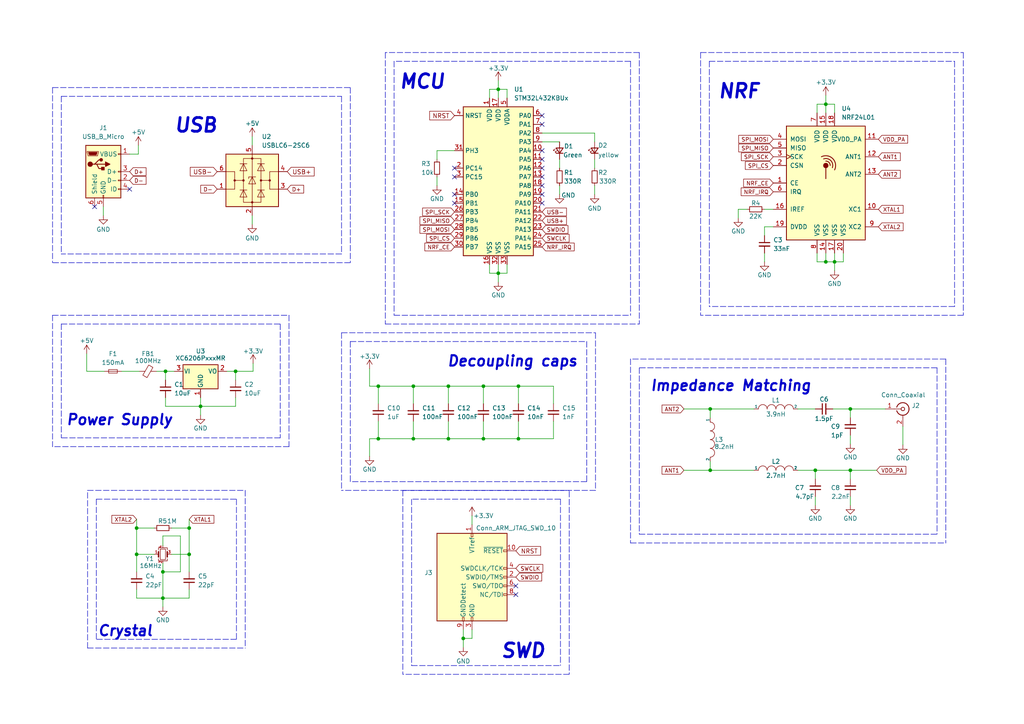
<source format=kicad_sch>
(kicad_sch (version 20211123) (generator eeschema)
  (paper "A4")
  (lib_symbols
    (symbol "Connector:Conn_ARM_JTAG_SWD_10" (pin_names (offset 1.016))
      (property "Reference" "J" (at -2.54 16.51 0))
      (property "Value" "Conn_ARM_JTAG_SWD_10" (at -2.54 13.97 0))
      (symbol "Conn_ARM_JTAG_SWD_10_0_1"
        (rectangle (start -10.16 12.7) (end 10.16 -12.7) (stroke (width 0.254)) (fill (type background)))
        (rectangle (start -2.794 -12.7) (end -2.286 -11.684))
        (rectangle (start -0.254 -12.7) (end 0.254 -11.684))
        (rectangle (start -0.254 12.7) (end 0.254 11.684))
        (rectangle (start 9.144 2.286) (end 10.16 2.794))
        (rectangle (start 10.16 -2.794) (end 9.144 -2.286))
        (rectangle (start 10.16 -0.254) (end 9.144 0.254))
        (rectangle (start 10.16 7.874) (end 9.144 7.366))
      )
      (symbol "Conn_ARM_JTAG_SWD_10_1_1"
        (rectangle (start 9.144 -5.334) (end 10.16 -4.826))
        (pin power_in line (at 0 15.24 270) (length 2.54) (name "VTref") (number "1"))
        (pin open_collector line (at 12.7 7.62 180) (length 2.54) (name "~{RESET}") (number "10"))
        (pin bidirectional line (at 12.7 0 180) (length 2.54) (name "SWDIO/TMS") (number "2"))
        (pin power_in line (at 0 -15.24 90) (length 2.54) (name "GND") (number "3"))
        (pin output line (at 12.7 2.54 180) (length 2.54) (name "SWDCLK/TCK") (number "4"))
        (pin passive line (at 0 -15.24 90) (length 2.54) hide (name "GND") (number "5"))
        (pin input line (at 12.7 -2.54 180) (length 2.54) (name "SWO/TDO") (number "6"))
        (pin no_connect line (at -10.16 0 0) (length 2.54) hide (name "KEY") (number "7"))
        (pin output line (at 12.7 -5.08 180) (length 2.54) (name "NC/TDI") (number "8"))
        (pin passive line (at -2.54 -15.24 90) (length 2.54) (name "GNDDetect") (number "9"))
      )
    )
    (symbol "Connector:Conn_Coaxial" (pin_names (offset 1.016) hide)
      (property "Reference" "J" (at 0.254 3.048 0))
      (property "Value" "Conn_Coaxial" (at 2.921 0 90))
      (symbol "Conn_Coaxial_0_1"
        (arc (start -1.778 -0.508) (mid 0.2311 -1.8066) (end 1.778 0) (stroke (width 0.254)))
        (polyline (pts (xy -2.54 0) (xy -0.508 0)))
        (polyline (pts (xy 0 -2.54) (xy 0 -1.778)))
        (circle (center 0 0) (radius 0.508) (stroke (width 0.2032)))
        (arc (start 1.778 0) (mid 0.2099 1.8101) (end -1.778 0.508) (stroke (width 0.254)))
      )
      (symbol "Conn_Coaxial_1_1"
        (pin passive line (at -5.08 0 0) (length 2.54) (name "In") (number "1"))
        (pin passive line (at 0 -5.08 90) (length 2.54) (name "Ext") (number "2"))
      )
    )
    (symbol "Connector:USB_B_Micro" (pin_names (offset 1.016))
      (property "Reference" "J" (at -5.08 11.43 0))
      (property "Value" "USB_B_Micro" (at -5.08 8.89 0))
      (symbol "USB_B_Micro_0_1"
        (rectangle (start -5.08 -7.62) (end 5.08 7.62) (stroke (width 0.254)) (fill (type background)))
        (circle (center -3.81 2.159) (radius 0.635) (stroke (width 0.254)) (fill (type outline)))
        (circle (center -0.635 3.429) (radius 0.381) (stroke (width 0.254)) (fill (type outline)))
        (rectangle (start -0.127 -7.62) (end 0.127 -6.858))
        (polyline (pts (xy -1.905 2.159) (xy 0.635 2.159)) (stroke (width 0.254)))
        (polyline (pts (xy -3.175 2.159) (xy -2.54 2.159) (xy -1.27 3.429) (xy -0.635 3.429)) (stroke (width 0.254)))
        (polyline (pts (xy -2.54 2.159) (xy -1.905 2.159) (xy -1.27 0.889) (xy 0 0.889)) (stroke (width 0.254)))
        (polyline (pts (xy 0.635 2.794) (xy 0.635 1.524) (xy 1.905 2.159) (xy 0.635 2.794)) (stroke (width 0.254)) (fill (type outline)))
        (polyline (pts (xy -4.318 5.588) (xy -1.778 5.588) (xy -2.032 4.826) (xy -4.064 4.826) (xy -4.318 5.588)) (fill (type outline)))
        (polyline (pts (xy -4.699 5.842) (xy -4.699 5.588) (xy -4.445 4.826) (xy -4.445 4.572) (xy -1.651 4.572) (xy -1.651 4.826) (xy -1.397 5.588) (xy -1.397 5.842) (xy -4.699 5.842)))
        (rectangle (start 0.254 1.27) (end -0.508 0.508) (stroke (width 0.254)) (fill (type outline)))
        (rectangle (start 5.08 -5.207) (end 4.318 -4.953))
        (rectangle (start 5.08 -2.667) (end 4.318 -2.413))
        (rectangle (start 5.08 -0.127) (end 4.318 0.127))
        (rectangle (start 5.08 4.953) (end 4.318 5.207))
      )
      (symbol "USB_B_Micro_1_1"
        (pin power_out line (at 7.62 5.08 180) (length 2.54) (name "VBUS") (number "1"))
        (pin bidirectional line (at 7.62 -2.54 180) (length 2.54) (name "D-") (number "2"))
        (pin bidirectional line (at 7.62 0 180) (length 2.54) (name "D+") (number "3"))
        (pin passive line (at 7.62 -5.08 180) (length 2.54) (name "ID") (number "4"))
        (pin power_out line (at 0 -10.16 90) (length 2.54) (name "GND") (number "5"))
        (pin passive line (at -2.54 -10.16 90) (length 2.54) (name "Shield") (number "6"))
      )
    )
    (symbol "Device:C_Small" (pin_numbers hide) (pin_names (offset 0.254) hide)
      (property "Reference" "C" (at 0.254 1.778 0))
      (property "Value" "C_Small" (at 0.254 -2.032 0))
      (symbol "C_Small_0_1"
        (polyline (pts (xy -1.524 -0.508) (xy 1.524 -0.508)) (stroke (width 0.3302)))
        (polyline (pts (xy -1.524 0.508) (xy 1.524 0.508)) (stroke (width 0.3048)))
      )
      (symbol "C_Small_1_1"
        (pin passive line (at 0 2.54 270) (length 2.032) (name "~") (number "1"))
        (pin passive line (at 0 -2.54 90) (length 2.032) (name "~") (number "2"))
      )
    )
    (symbol "Device:Crystal_GND24_Small" (pin_names (offset 1.016) hide)
      (property "Reference" "Y" (at 1.27 4.445 0))
      (property "Value" "Crystal_GND24_Small" (at 1.27 2.54 0))
      (symbol "Crystal_GND24_Small_0_1"
        (rectangle (start -0.762 -1.524) (end 0.762 1.524))
        (polyline (pts (xy -1.27 -0.762) (xy -1.27 0.762)) (stroke (width 0.381)))
        (polyline (pts (xy 1.27 -0.762) (xy 1.27 0.762)) (stroke (width 0.381)))
        (polyline (pts (xy -1.27 -1.27) (xy -1.27 -1.905) (xy 1.27 -1.905) (xy 1.27 -1.27)))
        (polyline (pts (xy -1.27 1.27) (xy -1.27 1.905) (xy 1.27 1.905) (xy 1.27 1.27)))
      )
      (symbol "Crystal_GND24_Small_1_1"
        (pin passive line (at -2.54 0 0) (length 1.27) (name "1") (number "1"))
        (pin passive line (at 0 -2.54 90) (length 0.635) (name "2") (number "2"))
        (pin passive line (at 2.54 0 180) (length 1.27) (name "3") (number "3"))
        (pin passive line (at 0 2.54 270) (length 0.635) (name "4") (number "4"))
      )
    )
    (symbol "Device:FerriteBead_Small" (pin_numbers hide) (pin_names (offset 0))
      (property "Reference" "FB" (at 1.905 1.27 0))
      (property "Value" "FerriteBead_Small" (at 1.905 -1.27 0))
      (symbol "FerriteBead_Small_0_1"
        (polyline (pts (xy 0 -1.27) (xy 0 -0.7874)))
        (polyline (pts (xy 0 0.889) (xy 0 1.2954)))
        (polyline (pts (xy -1.8288 0.2794) (xy -1.1176 1.4986) (xy 1.8288 -0.2032) (xy 1.1176 -1.4224) (xy -1.8288 0.2794)))
      )
      (symbol "FerriteBead_Small_1_1"
        (pin passive line (at 0 2.54 270) (length 1.27) (name "~") (number "1"))
        (pin passive line (at 0 -2.54 90) (length 1.27) (name "~") (number "2"))
      )
    )
    (symbol "Device:Fuse_Small" (pin_numbers hide) (pin_names (offset 0.254) hide)
      (property "Reference" "F" (at 0 -1.524 0))
      (property "Value" "Fuse_Small" (at 0 1.524 0))
      (symbol "Fuse_Small_0_1"
        (rectangle (start -1.27 0.508) (end 1.27 -0.508))
        (polyline (pts (xy -1.27 0) (xy 1.27 0)))
      )
      (symbol "Fuse_Small_1_1"
        (pin passive line (at -2.54 0 0) (length 1.27) (name "~") (number "1"))
        (pin passive line (at 2.54 0 180) (length 1.27) (name "~") (number "2"))
      )
    )
    (symbol "Device:LED_Small" (pin_numbers hide) (pin_names (offset 0.254) hide)
      (property "Reference" "D" (at -1.27 3.175 0))
      (property "Value" "LED_Small" (at -4.445 -2.54 0))
      (symbol "LED_Small_0_1"
        (polyline (pts (xy -0.762 -1.016) (xy -0.762 1.016)) (stroke (width 0.254)))
        (polyline (pts (xy 1.016 0) (xy -0.762 0)))
        (polyline (pts (xy 0.762 -1.016) (xy -0.762 0) (xy 0.762 1.016) (xy 0.762 -1.016)) (stroke (width 0.254)))
        (polyline (pts (xy 0 0.762) (xy -0.508 1.27) (xy -0.254 1.27) (xy -0.508 1.27) (xy -0.508 1.016)))
        (polyline (pts (xy 0.508 1.27) (xy 0 1.778) (xy 0.254 1.778) (xy 0 1.778) (xy 0 1.524)))
      )
      (symbol "LED_Small_1_1"
        (pin passive line (at -2.54 0 0) (length 1.778) (name "K") (number "1"))
        (pin passive line (at 2.54 0 180) (length 1.778) (name "A") (number "2"))
      )
    )
    (symbol "Device:R_Small" (pin_numbers hide) (pin_names (offset 0.254) hide)
      (property "Reference" "R" (at 0.762 0.508 0))
      (property "Value" "R_Small" (at 0.762 -1.016 0))
      (symbol "R_Small_0_1"
        (rectangle (start -0.762 1.778) (end 0.762 -1.778) (stroke (width 0.2032)))
      )
      (symbol "R_Small_1_1"
        (pin passive line (at 0 2.54 270) (length 0.762) (name "~") (number "1"))
        (pin passive line (at 0 -2.54 90) (length 0.762) (name "~") (number "2"))
      )
    )
    (symbol "MCU_ST_STM32L4:STM32L432KBUx"
      (property "Reference" "U" (at -10.16 21.59 0))
      (property "Value" "STM32L432KBUx" (at 5.08 21.59 0))
      (symbol "STM32L432KBUx_0_1"
        (rectangle (start -10.16 -22.86) (end 10.16 20.32) (stroke (width 0.254)) (fill (type background)))
      )
      (symbol "STM32L432KBUx_1_1"
        (pin power_in line (at -2.54 22.86 270) (length 2.54) (name "VDD") (number "1"))
        (pin bidirectional line (at 12.7 7.62 180) (length 2.54) (name "PA4") (number "10"))
        (pin bidirectional line (at 12.7 5.08 180) (length 2.54) (name "PA5") (number "11"))
        (pin bidirectional line (at 12.7 2.54 180) (length 2.54) (name "PA6") (number "12"))
        (pin bidirectional line (at 12.7 0 180) (length 2.54) (name "PA7") (number "13"))
        (pin bidirectional line (at -12.7 -5.08 0) (length 2.54) (name "PB0") (number "14"))
        (pin bidirectional line (at -12.7 -7.62 0) (length 2.54) (name "PB1") (number "15"))
        (pin power_in line (at -2.54 -25.4 90) (length 2.54) (name "VSS") (number "16"))
        (pin power_in line (at 0 22.86 270) (length 2.54) (name "VDD") (number "17"))
        (pin bidirectional line (at 12.7 -2.54 180) (length 2.54) (name "PA8") (number "18"))
        (pin bidirectional line (at 12.7 -5.08 180) (length 2.54) (name "PA9") (number "19"))
        (pin bidirectional line (at -12.7 2.54 0) (length 2.54) (name "PC14") (number "2"))
        (pin bidirectional line (at 12.7 -7.62 180) (length 2.54) (name "PA10") (number "20"))
        (pin bidirectional line (at 12.7 -10.16 180) (length 2.54) (name "PA11") (number "21"))
        (pin bidirectional line (at 12.7 -12.7 180) (length 2.54) (name "PA12") (number "22"))
        (pin bidirectional line (at 12.7 -15.24 180) (length 2.54) (name "PA13") (number "23"))
        (pin bidirectional line (at 12.7 -17.78 180) (length 2.54) (name "PA14") (number "24"))
        (pin bidirectional line (at 12.7 -20.32 180) (length 2.54) (name "PA15") (number "25"))
        (pin bidirectional line (at -12.7 -10.16 0) (length 2.54) (name "PB3") (number "26"))
        (pin bidirectional line (at -12.7 -12.7 0) (length 2.54) (name "PB4") (number "27"))
        (pin bidirectional line (at -12.7 -15.24 0) (length 2.54) (name "PB5") (number "28"))
        (pin bidirectional line (at -12.7 -17.78 0) (length 2.54) (name "PB6") (number "29"))
        (pin bidirectional line (at -12.7 0 0) (length 2.54) (name "PC15") (number "3"))
        (pin bidirectional line (at -12.7 -20.32 0) (length 2.54) (name "PB7") (number "30"))
        (pin bidirectional line (at -12.7 7.62 0) (length 2.54) (name "PH3") (number "31"))
        (pin power_in line (at 0 -25.4 90) (length 2.54) (name "VSS") (number "32"))
        (pin power_in line (at 2.54 -25.4 90) (length 2.54) (name "VSS") (number "33"))
        (pin input line (at -12.7 17.78 0) (length 2.54) (name "NRST") (number "4"))
        (pin power_in line (at 2.54 22.86 270) (length 2.54) (name "VDDA") (number "5"))
        (pin bidirectional line (at 12.7 17.78 180) (length 2.54) (name "PA0") (number "6"))
        (pin bidirectional line (at 12.7 15.24 180) (length 2.54) (name "PA1") (number "7"))
        (pin bidirectional line (at 12.7 12.7 180) (length 2.54) (name "PA2") (number "8"))
        (pin bidirectional line (at 12.7 10.16 180) (length 2.54) (name "PA3") (number "9"))
      )
    )
    (symbol "Power_Protection:USBLC6-2SC6" (pin_names hide)
      (property "Reference" "U" (at 2.54 8.89 0))
      (property "Value" "USBLC6-2SC6" (at 2.54 -8.89 0))
      (symbol "USBLC6-2SC6_0_1"
        (rectangle (start -7.62 -7.62) (end 7.62 7.62) (stroke (width 0.254)) (fill (type background)))
        (circle (center -5.08 0) (radius 0.254) (fill (type outline)))
        (circle (center -2.54 0) (radius 0.254) (fill (type outline)))
        (rectangle (start -2.54 6.35) (end 2.54 -6.35))
        (circle (center 0 -6.35) (radius 0.254) (fill (type outline)))
        (polyline (pts (xy -5.08 -2.54) (xy -7.62 -2.54)))
        (polyline (pts (xy -5.08 0) (xy -5.08 -2.54)))
        (polyline (pts (xy -5.08 2.54) (xy -7.62 2.54)))
        (polyline (pts (xy -1.524 -2.794) (xy -3.556 -2.794)))
        (polyline (pts (xy -1.524 4.826) (xy -3.556 4.826)))
        (polyline (pts (xy 0 -7.62) (xy 0 -6.35)))
        (polyline (pts (xy 0 -6.35) (xy 0 1.27)))
        (polyline (pts (xy 0 1.27) (xy 0 6.35)))
        (polyline (pts (xy 0 6.35) (xy 0 7.62)))
        (polyline (pts (xy 1.524 -2.794) (xy 3.556 -2.794)))
        (polyline (pts (xy 1.524 4.826) (xy 3.556 4.826)))
        (polyline (pts (xy 5.08 -2.54) (xy 7.62 -2.54)))
        (polyline (pts (xy 5.08 0) (xy 5.08 -2.54)))
        (polyline (pts (xy 5.08 2.54) (xy 7.62 2.54)))
        (polyline (pts (xy -2.54 0) (xy -5.08 0) (xy -5.08 2.54)))
        (polyline (pts (xy 2.54 0) (xy 5.08 0) (xy 5.08 2.54)))
        (polyline (pts (xy -3.556 -4.826) (xy -1.524 -4.826) (xy -2.54 -2.794) (xy -3.556 -4.826)))
        (polyline (pts (xy -3.556 2.794) (xy -1.524 2.794) (xy -2.54 4.826) (xy -3.556 2.794)))
        (polyline (pts (xy -1.016 -1.016) (xy 1.016 -1.016) (xy 0 1.016) (xy -1.016 -1.016)))
        (polyline (pts (xy 1.016 1.016) (xy 0.762 1.016) (xy -1.016 1.016) (xy -1.016 0.508)))
        (polyline (pts (xy 3.556 -4.826) (xy 1.524 -4.826) (xy 2.54 -2.794) (xy 3.556 -4.826)))
        (polyline (pts (xy 3.556 2.794) (xy 1.524 2.794) (xy 2.54 4.826) (xy 3.556 2.794)))
        (circle (center 0 6.35) (radius 0.254) (fill (type outline)))
        (circle (center 2.54 0) (radius 0.254) (fill (type outline)))
        (circle (center 5.08 0) (radius 0.254) (fill (type outline)))
      )
      (symbol "USBLC6-2SC6_1_1"
        (pin passive line (at -10.16 -2.54 0) (length 2.54) (name "I/O1") (number "1"))
        (pin passive line (at 0 -10.16 90) (length 2.54) (name "GND") (number "2"))
        (pin passive line (at 10.16 -2.54 180) (length 2.54) (name "I/O2") (number "3"))
        (pin passive line (at 10.16 2.54 180) (length 2.54) (name "I/O2") (number "4"))
        (pin passive line (at 0 10.16 270) (length 2.54) (name "VBUS") (number "5"))
        (pin passive line (at -10.16 2.54 0) (length 2.54) (name "I/O1") (number "6"))
      )
    )
    (symbol "RF:NRF24L01" (pin_names (offset 1.016))
      (property "Reference" "U" (at -11.43 17.78 0))
      (property "Value" "NRF24L01" (at 5.08 17.78 0))
      (symbol "NRF24L01_0_1"
        (rectangle (start -11.43 16.51) (end 11.43 -16.51) (stroke (width 0.254)) (fill (type background)))
        (polyline (pts (xy 0 4.445) (xy 0 1.27)) (stroke (width 0.254)))
        (circle (center 0 5.08) (radius 0.635) (stroke (width 0.254)) (fill (type outline)))
        (arc (start 1.27 5.08) (mid 0.9071 5.9946) (end 0 6.35) (stroke (width 0.254)))
        (arc (start 1.905 4.445) (mid 1.4313 6.5254) (end -0.635 6.985) (stroke (width 0.254)))
        (arc (start 2.54 3.81) (mid 2.008 7.088) (end -1.27 7.62) (stroke (width 0.254)))
        (rectangle (start 11.43 -13.97) (end 11.43 -13.97))
      )
      (symbol "NRF24L01_1_1"
        (pin input line (at -15.24 0 0) (length 3.81) (name "CE") (number "1"))
        (pin passive line (at 15.24 -7.62 180) (length 3.81) (name "XC1") (number "10"))
        (pin power_out line (at 15.24 12.7 180) (length 3.81) (name "VDD_PA") (number "11"))
        (pin passive line (at 15.24 7.62 180) (length 3.81) (name "ANT1") (number "12"))
        (pin passive line (at 15.24 2.54 180) (length 3.81) (name "ANT2") (number "13"))
        (pin power_in line (at 0 -20.32 90) (length 3.81) (name "VSS") (number "14"))
        (pin power_in line (at 0 20.32 270) (length 3.81) (name "VDD") (number "15"))
        (pin passive line (at -15.24 -7.62 0) (length 3.81) (name "IREF") (number "16"))
        (pin power_in line (at 2.54 -20.32 90) (length 3.81) (name "VSS") (number "17"))
        (pin power_in line (at 2.54 20.32 270) (length 3.81) (name "VDD") (number "18"))
        (pin power_out line (at -15.24 -12.7 0) (length 3.81) (name "DVDD") (number "19"))
        (pin input line (at -15.24 5.08 0) (length 3.81) (name "CSN") (number "2"))
        (pin power_in line (at 5.08 -20.32 90) (length 3.81) (name "VSS") (number "20"))
        (pin input clock (at -15.24 7.62 0) (length 3.81) (name "SCK") (number "3"))
        (pin input line (at -15.24 12.7 0) (length 3.81) (name "MOSI") (number "4"))
        (pin output line (at -15.24 10.16 0) (length 3.81) (name "MISO") (number "5"))
        (pin output line (at -15.24 -2.54 0) (length 3.81) (name "IRQ") (number "6"))
        (pin power_in line (at -2.54 20.32 270) (length 3.81) (name "VDD") (number "7"))
        (pin power_in line (at -2.54 -20.32 90) (length 3.81) (name "VSS") (number "8"))
        (pin passive line (at 15.24 -12.7 180) (length 3.81) (name "XC2") (number "9"))
      )
    )
    (symbol "Regulator_Linear:XC6206PxxxMR" (pin_names (offset 0.254))
      (property "Reference" "U" (at -3.81 3.175 0))
      (property "Value" "XC6206PxxxMR" (at 0 3.175 0))
      (symbol "XC6206PxxxMR_0_1"
        (rectangle (start -5.08 1.905) (end 5.08 -5.08) (stroke (width 0.254)) (fill (type background)))
      )
      (symbol "XC6206PxxxMR_1_1"
        (pin power_in line (at 0 -7.62 90) (length 2.54) (name "GND") (number "1"))
        (pin power_out line (at 7.62 0 180) (length 2.54) (name "VO") (number "2"))
        (pin power_in line (at -7.62 0 0) (length 2.54) (name "VI") (number "3"))
      )
    )
    (symbol "power:+3.3V" (power) (pin_names (offset 0))
      (property "Value" "+3.3V" (at 0 3.556 0))
      (symbol "+3.3V_0_1"
        (polyline (pts (xy -0.762 1.27) (xy 0 2.54)))
        (polyline (pts (xy 0 0) (xy 0 2.54)))
        (polyline (pts (xy 0 2.54) (xy 0.762 1.27)))
      )
      (symbol "+3.3V_1_1"
        (pin power_in line (at 0 0 90) (length 0) hide (name "+3.3V") (number "1"))
      )
    )
    (symbol "power:+5V" (power) (pin_names (offset 0))
      (property "Value" "+5V" (at 0 3.556 0))
      (symbol "+5V_0_1"
        (polyline (pts (xy -0.762 1.27) (xy 0 2.54)))
        (polyline (pts (xy 0 0) (xy 0 2.54)))
        (polyline (pts (xy 0 2.54) (xy 0.762 1.27)))
      )
      (symbol "+5V_1_1"
        (pin power_in line (at 0 0 90) (length 0) hide (name "+5V") (number "1"))
      )
    )
    (symbol "power:GND" (power) (pin_names (offset 0))
      (property "Value" "GND" (at 0 -3.81 0))
      (symbol "GND_0_1"
        (polyline (pts (xy 0 0) (xy 0 -1.27) (xy 1.27 -1.27) (xy 0 -2.54) (xy -1.27 -1.27) (xy 0 -1.27)))
      )
      (symbol "GND_1_1"
        (pin power_in line (at 0 0 270) (length 0) hide (name "GND") (number "1"))
      )
    )
    (symbol "pspice:INDUCTOR" (pin_numbers hide) (pin_names (offset 0))
      (property "Reference" "L" (at 0 2.54 0))
      (property "Value" "INDUCTOR" (at 0 -1.27 0))
      (symbol "INDUCTOR_0_1"
        (arc (start -2.54 0) (mid -3.81 1.27) (end -5.08 0))
        (arc (start 0 0) (mid -1.27 1.27) (end -2.54 0))
        (arc (start 2.54 0) (mid 1.27 1.27) (end 0 0))
        (arc (start 5.08 0) (mid 3.81 1.27) (end 2.54 0))
      )
      (symbol "INDUCTOR_1_1"
        (pin input line (at -6.35 0 0) (length 1.27) (name "1") (number "1"))
        (pin input line (at 6.35 0 180) (length 1.27) (name "2") (number "2"))
      )
    )
  )
  (junction (at 39.624 160.782))
  (junction (at 150.368 112.014))
  (junction (at 246.634 136.398))
  (junction (at 109.728 127.254))
  (junction (at 239.522 75.946))
  (junction (at 205.994 118.618))
  (junction (at 130.048 112.014))
  (junction (at 130.048 127.254))
  (junction (at 58.166 117.856))
  (junction (at 54.864 153.162))
  (junction (at 239.522 30.226))
  (junction (at 68.326 107.696))
  (junction (at 48.006 107.696))
  (junction (at 246.634 118.618))
  (junction (at 119.888 127.254))
  (junction (at 236.474 136.398))
  (junction (at 140.208 127.254))
  (junction (at 39.624 153.162))
  (junction (at 54.864 160.782))
  (junction (at 205.994 136.398))
  (junction (at 119.888 112.014))
  (junction (at 144.526 25.908))
  (junction (at 144.526 79.248))
  (junction (at 140.208 112.014))
  (junction (at 150.368 127.254))
  (junction (at 242.062 75.946))
  (junction (at 109.728 112.014))
  (junction (at 134.366 185.166))
  (junction (at 47.244 165.862))
  (junction (at 47.244 173.482))
  (no_connect (at 157.226 36.068))
  (no_connect (at 157.226 53.848))
  (no_connect (at 157.226 58.928))
  (no_connect (at 157.226 56.388))
  (no_connect (at 149.606 169.926))
  (no_connect (at 157.226 43.688))
  (no_connect (at 157.226 46.228))
  (no_connect (at 131.826 56.388))
  (no_connect (at 157.226 51.308))
  (no_connect (at 157.226 33.528))
  (no_connect (at 27.432 59.944))
  (no_connect (at 131.826 58.928))
  (no_connect (at 157.226 48.768))
  (no_connect (at 131.826 51.308))
  (no_connect (at 131.826 48.768))
  (no_connect (at 149.606 172.466))
  (no_connect (at 37.592 54.864))
  (wire (pts (xy 214.122 60.706) (xy 214.122 63.246)))
  (wire (pts (xy 150.368 112.014) (xy 140.208 112.014)))
  (wire (pts (xy 49.784 153.162) (xy 54.864 153.162)))
  (wire (pts (xy 241.554 118.618) (xy 246.634 118.618)))
  (wire (pts (xy 144.526 76.708) (xy 144.526 79.248)))
  (wire (pts (xy 39.624 160.782) (xy 39.624 165.862)))
  (wire (pts (xy 126.746 46.228) (xy 126.746 43.688)))
  (polyline (pts (xy 203.2 15.24) (xy 279.4 15.24)))
  (polyline (pts (xy 68.58 144.78) (xy 68.58 185.42)))
  (polyline (pts (xy 101.6 76.2) (xy 15.24 76.2)))
  (wire (pts (xy 49.784 160.782) (xy 54.864 160.782)))
  (polyline (pts (xy 165.1 195.58) (xy 116.84 195.58)))
  (polyline (pts (xy 15.24 25.4) (xy 15.24 76.2)))
  (wire (pts (xy 47.244 173.482) (xy 54.864 173.482)))
  (polyline (pts (xy 83.82 129.54) (xy 15.24 129.54)))
  (polyline (pts (xy 185.42 15.24) (xy 185.42 93.98)))
  (polyline (pts (xy 25.4 187.96) (xy 25.4 142.24)))
  (wire (pts (xy 48.006 115.316) (xy 48.006 117.856)))
  (polyline (pts (xy 116.84 142.24) (xy 165.1 142.24)))
  (wire (pts (xy 144.526 79.248) (xy 147.066 79.248)))
  (wire (pts (xy 144.526 28.448) (xy 144.526 25.908)))
  (wire (pts (xy 35.306 107.696) (xy 40.386 107.696)))
  (wire (pts (xy 48.006 107.696) (xy 50.546 107.696)))
  (wire (pts (xy 141.986 25.908) (xy 141.986 28.448)))
  (polyline (pts (xy 101.6 25.4) (xy 101.6 76.2)))
  (polyline (pts (xy 279.4 15.24) (xy 279.4 91.44)))
  (wire (pts (xy 25.146 102.616) (xy 25.146 107.696)))
  (wire (pts (xy 44.704 160.782) (xy 39.624 160.782)))
  (polyline (pts (xy 185.42 15.24) (xy 111.76 15.24)))
  (polyline (pts (xy 119.38 193.04) (xy 162.56 193.04)))
  (wire (pts (xy 246.634 144.018) (xy 246.634 146.558)))
  (polyline (pts (xy 119.38 144.78) (xy 119.38 193.04)))
  (polyline (pts (xy 114.3 91.44) (xy 182.88 91.44)))
  (wire (pts (xy 221.742 65.786) (xy 221.742 68.326)))
  (wire (pts (xy 172.466 38.608) (xy 157.226 38.608)))
  (polyline (pts (xy 25.4 187.96) (xy 71.12 187.96)))
  (polyline (pts (xy 99.06 96.52) (xy 172.72 96.52)))
  (wire (pts (xy 141.986 79.248) (xy 144.526 79.248)))
  (polyline (pts (xy 15.24 25.4) (xy 101.6 25.4)))
  (wire (pts (xy 246.634 126.238) (xy 246.634 128.778)))
  (wire (pts (xy 224.282 65.786) (xy 221.742 65.786)))
  (wire (pts (xy 47.244 173.482) (xy 39.624 173.482)))
  (wire (pts (xy 172.466 41.148) (xy 172.466 38.608)))
  (wire (pts (xy 58.166 117.856) (xy 58.166 120.396)))
  (wire (pts (xy 160.528 117.094) (xy 160.528 112.014)))
  (wire (pts (xy 246.634 136.398) (xy 254.254 136.398)))
  (wire (pts (xy 239.522 75.946) (xy 236.982 75.946)))
  (wire (pts (xy 130.048 117.094) (xy 130.048 112.014)))
  (wire (pts (xy 216.662 60.706) (xy 214.122 60.706)))
  (wire (pts (xy 54.864 153.162) (xy 54.864 160.782)))
  (wire (pts (xy 73.152 62.484) (xy 73.152 65.024)))
  (wire (pts (xy 119.888 127.254) (xy 130.048 127.254)))
  (polyline (pts (xy 15.24 91.44) (xy 15.24 129.54)))
  (wire (pts (xy 68.326 107.696) (xy 73.406 107.696)))
  (wire (pts (xy 205.994 136.398) (xy 218.694 136.398)))
  (wire (pts (xy 231.394 118.618) (xy 236.474 118.618)))
  (wire (pts (xy 134.366 185.166) (xy 134.366 182.626)))
  (wire (pts (xy 162.306 46.228) (xy 162.306 48.768)))
  (wire (pts (xy 107.188 106.934) (xy 107.188 112.014)))
  (polyline (pts (xy 271.78 106.68) (xy 271.78 154.94)))
  (wire (pts (xy 205.994 121.158) (xy 205.994 118.618)))
  (wire (pts (xy 73.406 105.41) (xy 73.406 107.696)))
  (polyline (pts (xy 101.6 99.06) (xy 101.6 139.7)))
  (wire (pts (xy 239.522 27.686) (xy 239.522 30.226)))
  (wire (pts (xy 205.994 133.858) (xy 205.994 136.398)))
  (wire (pts (xy 239.522 30.226) (xy 242.062 30.226)))
  (wire (pts (xy 140.208 112.014) (xy 130.048 112.014)))
  (wire (pts (xy 109.728 112.014) (xy 107.188 112.014)))
  (wire (pts (xy 109.728 127.254) (xy 107.188 127.254)))
  (polyline (pts (xy 162.56 144.78) (xy 119.38 144.78)))
  (wire (pts (xy 236.474 138.938) (xy 236.474 136.398)))
  (polyline (pts (xy 165.1 142.494) (xy 165.1 195.58)))
  (polyline (pts (xy 203.2 15.24) (xy 203.2 91.44)))
  (polyline (pts (xy 172.72 142.24) (xy 99.06 142.24)))
  (wire (pts (xy 242.062 75.946) (xy 239.522 75.946)))
  (wire (pts (xy 134.366 185.166) (xy 134.366 187.706)))
  (wire (pts (xy 68.326 117.856) (xy 68.326 115.316)))
  (wire (pts (xy 246.634 118.618) (xy 256.794 118.618)))
  (polyline (pts (xy 162.56 144.78) (xy 162.56 193.04)))
  (wire (pts (xy 244.602 73.406) (xy 244.602 75.946)))
  (polyline (pts (xy 271.78 106.68) (xy 185.42 106.68)))
  (wire (pts (xy 141.986 76.708) (xy 141.986 79.248)))
  (wire (pts (xy 160.528 112.014) (xy 150.368 112.014)))
  (wire (pts (xy 242.062 75.946) (xy 242.062 78.486)))
  (wire (pts (xy 73.152 39.624) (xy 73.152 42.164)))
  (wire (pts (xy 30.226 107.696) (xy 25.146 107.696)))
  (wire (pts (xy 147.066 79.248) (xy 147.066 76.708)))
  (wire (pts (xy 47.244 165.862) (xy 47.244 173.482)))
  (wire (pts (xy 40.132 44.704) (xy 37.592 44.704)))
  (wire (pts (xy 39.624 153.162) (xy 39.624 160.782)))
  (polyline (pts (xy 276.86 88.9) (xy 205.74 88.9)))
  (wire (pts (xy 52.324 165.862) (xy 47.244 165.862)))
  (polyline (pts (xy 116.84 142.24) (xy 116.84 195.58)))
  (wire (pts (xy 150.368 117.094) (xy 150.368 112.014)))
  (polyline (pts (xy 114.3 17.78) (xy 114.3 91.44)))
  (polyline (pts (xy 25.4 142.24) (xy 71.12 142.24)))
  (polyline (pts (xy 111.76 93.98) (xy 185.42 93.98)))
  (wire (pts (xy 162.306 41.148) (xy 157.226 41.148)))
  (wire (pts (xy 54.864 150.622) (xy 54.864 153.162)))
  (wire (pts (xy 244.602 75.946) (xy 242.062 75.946)))
  (wire (pts (xy 134.366 185.166) (xy 136.906 185.166)))
  (polyline (pts (xy 274.32 104.14) (xy 274.32 157.48)))
  (wire (pts (xy 236.474 144.018) (xy 236.474 146.558)))
  (wire (pts (xy 261.874 123.698) (xy 261.874 129.032)))
  (polyline (pts (xy 17.78 27.94) (xy 99.06 27.94)))
  (polyline (pts (xy 182.88 104.14) (xy 182.88 157.48)))
  (wire (pts (xy 246.634 136.398) (xy 246.634 138.938)))
  (polyline (pts (xy 279.4 91.44) (xy 203.2 91.44)))
  (wire (pts (xy 236.982 32.766) (xy 236.982 30.226)))
  (wire (pts (xy 239.522 73.406) (xy 239.522 75.946)))
  (wire (pts (xy 58.166 115.316) (xy 58.166 117.856)))
  (wire (pts (xy 130.048 127.254) (xy 140.208 127.254)))
  (wire (pts (xy 150.368 122.174) (xy 150.368 127.254)))
  (polyline (pts (xy 99.06 96.52) (xy 99.06 142.24)))
  (wire (pts (xy 119.888 117.094) (xy 119.888 112.014)))
  (wire (pts (xy 109.728 122.174) (xy 109.728 127.254)))
  (wire (pts (xy 147.066 28.448) (xy 147.066 25.908)))
  (polyline (pts (xy 83.82 91.44) (xy 83.82 129.54)))
  (wire (pts (xy 48.006 117.856) (xy 58.166 117.856)))
  (wire (pts (xy 47.244 173.482) (xy 47.244 176.022)))
  (wire (pts (xy 130.048 122.174) (xy 130.048 127.254)))
  (wire (pts (xy 119.888 112.014) (xy 109.728 112.014)))
  (polyline (pts (xy 182.88 17.78) (xy 114.3 17.78)))
  (polyline (pts (xy 99.06 27.94) (xy 99.06 73.66)))
  (polyline (pts (xy 182.88 157.48) (xy 274.32 157.48)))
  (wire (pts (xy 48.006 110.236) (xy 48.006 107.696)))
  (wire (pts (xy 144.526 23.368) (xy 144.526 25.908)))
  (wire (pts (xy 52.324 155.448) (xy 52.324 165.862)))
  (polyline (pts (xy 185.42 106.68) (xy 185.42 154.94)))
  (wire (pts (xy 140.208 122.174) (xy 140.208 127.254)))
  (wire (pts (xy 136.906 149.606) (xy 136.906 152.146)))
  (wire (pts (xy 239.522 32.766) (xy 239.522 30.226)))
  (wire (pts (xy 47.244 155.448) (xy 52.324 155.448)))
  (wire (pts (xy 58.166 117.856) (xy 68.326 117.856)))
  (wire (pts (xy 160.528 127.254) (xy 160.528 122.174)))
  (polyline (pts (xy 274.32 104.14) (xy 182.88 104.14)))
  (wire (pts (xy 242.062 30.226) (xy 242.062 32.766)))
  (wire (pts (xy 109.728 127.254) (xy 119.888 127.254)))
  (wire (pts (xy 205.994 118.618) (xy 218.694 118.618)))
  (polyline (pts (xy 15.24 91.44) (xy 83.82 91.44)))
  (wire (pts (xy 236.474 136.398) (xy 246.634 136.398)))
  (wire (pts (xy 47.244 158.242) (xy 47.244 155.448)))
  (wire (pts (xy 172.466 46.228) (xy 172.466 48.768)))
  (polyline (pts (xy 68.58 185.42) (xy 27.94 185.42)))
  (wire (pts (xy 221.742 73.406) (xy 221.742 75.946)))
  (wire (pts (xy 144.526 25.908) (xy 141.986 25.908)))
  (polyline (pts (xy 71.12 142.24) (xy 71.12 187.96)))
  (polyline (pts (xy 101.6 99.06) (xy 170.18 99.06)))
  (polyline (pts (xy 81.28 93.98) (xy 81.28 127)))
  (wire (pts (xy 136.906 182.626) (xy 136.906 185.166)))
  (wire (pts (xy 242.062 73.406) (xy 242.062 75.946)))
  (wire (pts (xy 68.326 107.696) (xy 65.786 107.696)))
  (wire (pts (xy 221.742 60.706) (xy 224.282 60.706)))
  (wire (pts (xy 68.326 110.236) (xy 68.326 107.696)))
  (polyline (pts (xy 276.86 17.78) (xy 276.86 88.9)))
  (wire (pts (xy 236.982 75.946) (xy 236.982 73.406)))
  (polyline (pts (xy 99.06 73.66) (xy 17.78 73.66)))
  (wire (pts (xy 144.526 79.248) (xy 144.526 81.788)))
  (wire (pts (xy 147.066 25.908) (xy 144.526 25.908)))
  (wire (pts (xy 140.208 127.254) (xy 150.368 127.254)))
  (wire (pts (xy 172.466 53.848) (xy 172.466 56.388)))
  (polyline (pts (xy 17.78 93.98) (xy 81.28 93.98)))
  (wire (pts (xy 231.394 136.398) (xy 236.474 136.398)))
  (wire (pts (xy 54.864 173.482) (xy 54.864 170.942)))
  (polyline (pts (xy 182.88 17.78) (xy 182.88 91.44)))
  (wire (pts (xy 198.374 118.618) (xy 205.994 118.618)))
  (wire (pts (xy 39.624 150.622) (xy 39.624 153.162)))
  (wire (pts (xy 236.982 30.226) (xy 239.522 30.226)))
  (polyline (pts (xy 185.42 154.94) (xy 271.78 154.94)))
  (wire (pts (xy 246.634 118.618) (xy 246.634 121.158)))
  (polyline (pts (xy 205.74 17.78) (xy 276.86 17.78)))
  (wire (pts (xy 29.972 59.944) (xy 29.972 62.484)))
  (wire (pts (xy 40.132 42.164) (xy 40.132 44.704)))
  (wire (pts (xy 140.208 117.094) (xy 140.208 112.014)))
  (polyline (pts (xy 27.94 144.78) (xy 68.58 144.78)))
  (wire (pts (xy 54.864 160.782) (xy 54.864 165.862)))
  (wire (pts (xy 45.466 107.696) (xy 48.006 107.696)))
  (polyline (pts (xy 170.18 139.7) (xy 101.6 139.7)))
  (wire (pts (xy 162.306 53.848) (xy 162.306 56.388)))
  (wire (pts (xy 119.888 122.174) (xy 119.888 127.254)))
  (polyline (pts (xy 17.78 93.98) (xy 17.78 127)))
  (polyline (pts (xy 27.94 144.78) (xy 27.94 185.42)))
  (polyline (pts (xy 81.28 127) (xy 17.78 127)))
  (wire (pts (xy 39.624 173.482) (xy 39.624 170.942)))
  (wire (pts (xy 109.728 112.014) (xy 109.728 117.094)))
  (wire (pts (xy 126.746 43.688) (xy 131.826 43.688)))
  (wire (pts (xy 150.368 127.254) (xy 160.528 127.254)))
  (wire (pts (xy 126.746 51.308) (xy 126.746 53.848)))
  (wire (pts (xy 39.624 153.162) (xy 44.704 153.162)))
  (wire (pts (xy 198.374 136.398) (xy 205.994 136.398)))
  (polyline (pts (xy 172.72 96.52) (xy 172.72 142.24)))
  (wire (pts (xy 130.048 112.014) (xy 119.888 112.014)))
  (polyline (pts (xy 170.18 99.06) (xy 170.18 139.7)))
  (wire (pts (xy 47.244 163.322) (xy 47.244 165.862)))
  (polyline (pts (xy 111.76 15.24) (xy 111.76 93.98)))
  (wire (pts (xy 107.188 127.254) (xy 107.188 132.334)))
  (polyline (pts (xy 17.78 27.94) (xy 17.78 73.66)))
  (polyline (pts (xy 205.74 17.78) (xy 205.74 88.9)))
  (text "Decoupling caps" (at 129.54 106.68 0) (effects (font (size 3 3) bold italic) (justify left bottom)))
  (text "Crystal" (at 28.194 184.912 0) (effects (font (size 3 3) bold italic) (justify left bottom)))
  (text "SWD" (at 145.034 191.262 0) (effects (font (size 4 4) bold italic) (justify left bottom)))
  (text "Impedance Matching" (at 188.468 113.792 0) (effects (font (size 3 3) bold italic) (justify left bottom)))
  (text "USB" (at 50.292 38.862 0) (effects (font (size 4 4) (thickness 0.8) bold italic) (justify left bottom)))
  (text "Power Supply" (at 19.05 123.698 0) (effects (font (size 3 3) bold italic) (justify left bottom)))
  (text "MCU" (at 115.57 26.162 0) (effects (font (size 4 4) bold italic) (justify left bottom)))
  (text "NRF" (at 208.026 28.956 0) (effects (font (size 4 4) bold italic) (justify left bottom)))
  (global_label "SWCLK" (shape input) (at 149.606 164.846 0) (effects (font (size 1.15 1.15))) (property "Intersheet References" "${INTERSHEET_REFS}" (effects hide)))
  (global_label "ANT1" (shape input) (at 254.762 45.466 0) (effects (font (size 1.15 1.15))) (property "Intersheet References" "${INTERSHEET_REFS}" (effects hide)))
  (global_label "NRF_IRQ" (shape input) (at 224.282 55.626 180) (effects (font (size 1.15 1.15))) (property "Intersheet References" "${INTERSHEET_REFS}" (effects hide)))
  (global_label "NRF_CE" (shape input) (at 131.826 71.628 180) (effects (font (size 1.15 1.15))) (property "Intersheet References" "${INTERSHEET_REFS}" (effects hide)))
  (global_label "XTAL1" (shape input) (at 54.864 150.622 0) (effects (font (size 1.15 1.15))) (property "Intersheet References" "${INTERSHEET_REFS}" (effects hide)))
  (global_label "SWDIO" (shape input) (at 149.606 167.386 0) (effects (font (size 1.15 1.15))) (property "Intersheet References" "${INTERSHEET_REFS}" (effects hide)))
  (global_label "XTAL2" (shape input) (at 254.762 65.786 0) (effects (font (size 1.15 1.15))) (property "Intersheet References" "${INTERSHEET_REFS}" (effects hide)))
  (global_label "USB-" (shape input) (at 62.992 49.784 180) (property "Intersheet References" "${INTERSHEET_REFS}" (effects hide)))
  (global_label "SWCLK" (shape input) (at 157.226 69.088 0) (effects (font (size 1.15 1.15))) (property "Intersheet References" "${INTERSHEET_REFS}" (effects hide)))
  (global_label "SPI_MISO" (shape input) (at 131.826 64.008 180) (effects (font (size 1.15 1.15))) (property "Intersheet References" "${INTERSHEET_REFS}" (effects hide)))
  (global_label "VDD_PA" (shape input) (at 254.762 40.386 0) (effects (font (size 1.15 1.15))) (property "Intersheet References" "${INTERSHEET_REFS}" (effects hide)))
  (global_label "SPI_MOSI" (shape input) (at 224.282 40.386 180) (effects (font (size 1.15 1.15))) (property "Intersheet References" "${INTERSHEET_REFS}" (effects hide)))
  (global_label "NRF_IRQ" (shape input) (at 157.226 71.628 0) (effects (font (size 1.15 1.15))) (property "Intersheet References" "${INTERSHEET_REFS}" (effects hide)))
  (global_label "NRST" (shape input) (at 131.826 33.528 180) (property "Intersheet References" "${INTERSHEET_REFS}" (effects hide)))
  (global_label "XTAL1" (shape input) (at 254.762 60.706 0) (effects (font (size 1.15 1.15))) (property "Intersheet References" "${INTERSHEET_REFS}" (effects hide)))
  (global_label "SPI_MISO" (shape input) (at 224.282 42.926 180) (effects (font (size 1.15 1.15))) (property "Intersheet References" "${INTERSHEET_REFS}" (effects hide)))
  (global_label "SPI_CS" (shape input) (at 224.282 48.006 180) (effects (font (size 1.15 1.15))) (property "Intersheet References" "${INTERSHEET_REFS}" (effects hide)))
  (global_label "SWDIO" (shape input) (at 157.226 66.548 0) (effects (font (size 1.15 1.15))) (property "Intersheet References" "${INTERSHEET_REFS}" (effects hide)))
  (global_label "SPI_MOSI" (shape input) (at 131.826 66.548 180) (effects (font (size 1.15 1.15))) (property "Intersheet References" "${INTERSHEET_REFS}" (effects hide)))
  (global_label "XTAL2" (shape input) (at 39.624 150.622 180) (effects (font (size 1.15 1.15))) (property "Intersheet References" "${INTERSHEET_REFS}" (effects hide)))
  (global_label "D+" (shape input) (at 37.592 49.784 0) (effects (font (size 1.15 1.15))) (property "Intersheet References" "${INTERSHEET_REFS}" (effects hide)))
  (global_label "D-" (shape input) (at 37.592 52.324 0) (effects (font (size 1.15 1.15))) (property "Intersheet References" "${INTERSHEET_REFS}" (effects hide)))
  (global_label "D+" (shape input) (at 83.312 54.864 0) (effects (font (size 1.15 1.15))) (property "Intersheet References" "${INTERSHEET_REFS}" (effects hide)))
  (global_label "USB-" (shape input) (at 157.226 61.468 0) (effects (font (size 1.15 1.15))) (property "Intersheet References" "${INTERSHEET_REFS}" (effects hide)))
  (global_label "SPI_SCK" (shape input) (at 224.282 45.466 180) (effects (font (size 1.15 1.15))) (property "Intersheet References" "${INTERSHEET_REFS}" (effects hide)))
  (global_label "D-" (shape input) (at 62.992 54.864 180) (effects (font (size 1.15 1.15))) (property "Intersheet References" "${INTERSHEET_REFS}" (effects hide)))
  (global_label "VDD_PA" (shape input) (at 254.254 136.398 0) (effects (font (size 1.15 1.15))) (property "Intersheet References" "${INTERSHEET_REFS}" (effects hide)))
  (global_label "ANT2" (shape input) (at 254.762 50.546 0) (effects (font (size 1.15 1.15))) (property "Intersheet References" "${INTERSHEET_REFS}" (effects hide)))
  (global_label "ANT1" (shape input) (at 198.374 136.398 180) (effects (font (size 1.15 1.15))) (property "Intersheet References" "${INTERSHEET_REFS}" (effects hide)))
  (global_label "NRF_CE" (shape input) (at 224.282 53.086 180) (effects (font (size 1.15 1.15))) (property "Intersheet References" "${INTERSHEET_REFS}" (effects hide)))
  (global_label "SPI_SCK" (shape input) (at 131.826 61.468 180) (effects (font (size 1.15 1.15))) (property "Intersheet References" "${INTERSHEET_REFS}" (effects hide)))
  (global_label "ANT2" (shape input) (at 198.374 118.618 180) (effects (font (size 1.15 1.15))) (property "Intersheet References" "${INTERSHEET_REFS}" (effects hide)))
  (global_label "USB+" (shape input) (at 157.226 64.008 0) (effects (font (size 1.15 1.15))) (property "Intersheet References" "${INTERSHEET_REFS}" (effects hide)))
  (global_label "SPI_CS" (shape input) (at 131.826 69.088 180) (effects (font (size 1.15 1.15))) (property "Intersheet References" "${INTERSHEET_REFS}" (effects hide)))
  (global_label "USB+" (shape input) (at 83.312 49.784 0) (property "Intersheet References" "${INTERSHEET_REFS}" (effects hide)))
  (global_label "NRST" (shape input) (at 149.606 159.766 0) (property "Intersheet References" "${INTERSHEET_REFS}" (effects hide)))
  (symbol (lib_id "pspice:INDUCTOR") (at 225.044 136.398 0) (unit 1)
    (property "Reference" "L2" (at 225.044 133.858 0))
    (property "Value" "2.7nH" (at 225.044 137.922 0))
    (property "Footprint" "Inductor_SMD:L_0402_1005Metric" (effects hide))
  )
  (symbol (lib_id "power:GND") (at 162.306 56.388 0) (unit 1)
    (property "Reference" "#PWR021" (effects hide))
    (property "Value" "GND" (at 164.846 56.642 0))
  )
  (symbol (lib_id "power:GND") (at 261.874 129.032 0) (unit 1)
    (property "Reference" "#PWR030" (effects hide))
    (property "Value" "GND" (at 261.874 132.842 0))
  )
  (symbol (lib_id "power:GND") (at 126.746 53.848 0) (unit 1)
    (property "Reference" "#PWR018" (effects hide))
    (property "Value" "GND" (at 126.746 57.658 0))
  )
  (symbol (lib_id "RF:NRF24L01") (at 239.522 53.086 0) (unit 1)
    (property "Reference" "U4" (at 244.0814 31.496 0) (effects (justify left)))
    (property "Value" "NRF24L01" (at 244.0814 34.036 0) (effects (justify left)))
    (property "Footprint" "Package_DFN_QFN:QFN-20-1EP_4x4mm_P0.5mm_EP2.5x2.5mm" (effects hide))
    (property "Datasheet" "http://www.nordicsemi.com/eng/content/download/2730/34105/file/nRF24L01_Product_Specification_v2_0.pdf" (effects hide))
  )
  (symbol (lib_id "power:GND") (at 246.634 128.778 0) (unit 1)
    (property "Reference" "#PWR028" (effects hide))
    (property "Value" "GND" (at 246.634 132.588 0))
  )
  (symbol (lib_id "Device:C_Small") (at 119.888 119.634 180) (unit 1)
    (property "Reference" "C11" (at 122.428 118.3575 0) (effects (justify right)))
    (property "Value" "100nF" (at 122.428 120.8975 0) (effects (justify right)))
    (property "Footprint" "Capacitor_SMD:C_0402_1005Metric_Pad0.74x0.62mm_HandSolder" (effects hide))
  )
  (symbol (lib_id "power:+3.3V") (at 239.522 27.686 0) (unit 1)
    (property "Reference" "#PWR026" (effects hide))
    (property "Value" "+3.3V" (at 239.522 23.876 0))
  )
  (symbol (lib_id "power:GND") (at 172.466 56.388 0) (unit 1)
    (property "Reference" "#PWR022" (effects hide))
    (property "Value" "GND" (at 172.466 60.452 0))
  )
  (symbol (lib_id "Device:R_Small") (at 126.746 48.768 0) (unit 1)
    (property "Reference" "R3" (at 122.174 47.498 0) (effects (justify left)))
    (property "Value" "10k" (at 122.174 50.038 0) (effects (justify left)))
    (property "Footprint" "Resistor_SMD:R_0603_1608Metric" (effects hide))
  )
  (symbol (lib_id "power:GND") (at 242.062 78.486 0) (unit 1)
    (property "Reference" "#PWR027" (effects hide))
    (property "Value" "GND" (at 242.062 82.296 0))
  )
  (symbol (lib_id "Device:C_Small") (at 109.728 119.634 180) (unit 1)
    (property "Reference" "C10" (at 112.268 118.3575 0) (effects (justify right)))
    (property "Value" "1uF" (at 112.268 120.8975 0) (effects (justify right)))
    (property "Footprint" "Capacitor_SMD:C_0402_1005Metric_Pad0.74x0.62mm_HandSolder" (effects hide))
  )
  (symbol (lib_id "power:+3.3V") (at 73.406 105.41 0) (unit 1)
    (property "Reference" "#PWR017" (effects hide))
    (property "Value" "+3.3V" (at 73.406 101.854 0))
  )
  (symbol (lib_id "power:+5V") (at 73.152 39.624 0) (unit 1)
    (property "Reference" "#PWR015" (effects hide))
    (property "Value" "+5V" (at 73.152 35.814 0))
  )
  (symbol (lib_id "Device:C_Small") (at 54.864 168.402 180) (unit 1)
    (property "Reference" "C5" (at 57.404 167.1255 0) (effects (justify right)))
    (property "Value" "22pF" (at 57.404 169.6655 0) (effects (justify right)))
    (property "Footprint" "Capacitor_SMD:C_0402_1005Metric" (effects hide))
  )
  (symbol (lib_id "power:+5V") (at 40.132 42.164 0) (unit 1)
    (property "Reference" "#PWR012" (effects hide))
    (property "Value" "+5V" (at 40.132 38.354 0))
  )
  (symbol (lib_id "Device:C_Small") (at 239.014 118.618 90) (unit 1)
    (property "Reference" "C6" (at 239.014 115.824 90))
    (property "Value" "1.5pF" (at 239.014 121.412 90))
    (property "Footprint" "Capacitor_SMD:C_0402_1005Metric" (effects hide))
  )
  (symbol (lib_id "Device:C_Small") (at 160.528 119.634 180) (unit 1)
    (property "Reference" "C15" (at 163.068 118.3575 0) (effects (justify right)))
    (property "Value" "1nF" (at 163.068 120.8975 0) (effects (justify right)))
    (property "Footprint" "Capacitor_SMD:C_0402_1005Metric_Pad0.74x0.62mm_HandSolder" (effects hide))
  )
  (symbol (lib_id "Device:C_Small") (at 246.634 123.698 180) (unit 1)
    (property "Reference" "C9" (at 242.316 123.698 0))
    (property "Value" "1pF" (at 242.824 126.238 0))
    (property "Footprint" "Capacitor_SMD:C_0402_1005Metric" (effects hide))
  )
  (symbol (lib_id "power:GND") (at 246.634 146.558 0) (unit 1)
    (property "Reference" "#PWR029" (effects hide))
    (property "Value" "GND" (at 246.634 150.368 0))
  )
  (symbol (lib_id "Device:R_Small") (at 219.202 60.706 90) (unit 1)
    (property "Reference" "R4" (at 219.202 58.928 90))
    (property "Value" "22K" (at 219.202 62.738 90))
    (property "Footprint" "Resistor_SMD:R_0402_1005Metric" (effects hide))
  )
  (symbol (lib_id "Device:C_Small") (at 246.634 141.478 180) (unit 1)
    (property "Reference" "C8" (at 242.316 141.478 0))
    (property "Value" "2.2nF" (at 243.84 144.018 0))
    (property "Footprint" "Capacitor_SMD:C_0402_1005Metric" (effects hide))
  )
  (symbol (lib_id "Device:Crystal_GND24_Small") (at 47.244 160.782 0) (unit 1)
    (property "Reference" "Y1" (at 43.434 162.052 0))
    (property "Value" "16MHz" (at 43.688 164.084 0))
    (property "Footprint" "Crystal:Crystal_SMD_0603-4Pin_6.0x3.5mm" (effects hide))
  )
  (symbol (lib_id "Connector:USB_B_Micro") (at 29.972 49.784 0) (unit 1)
    (property "Reference" "J1" (at 29.972 37.084 0))
    (property "Value" "USB_B_Micro" (at 29.972 39.624 0))
    (property "Footprint" "Connector_USB:USB_Micro-B_Molex_47346-0001" (effects hide))
  )
  (symbol (lib_id "Regulator_Linear:XC6206PxxxMR") (at 58.166 107.696 0) (unit 1)
    (property "Reference" "U3" (at 58.166 101.854 0))
    (property "Value" "XC6206PxxxMR" (at 58.166 103.886 0))
    (property "Footprint" "Package_TO_SOT_SMD:SOT-23" (effects hide))
    (property "Datasheet" "https://www.torexsemi.com/file/xc6206/XC6206.pdf" (effects hide))
  )
  (symbol (lib_id "power:GND") (at 107.188 132.334 0) (unit 1)
    (property "Reference" "#PWR0103" (effects hide))
    (property "Value" "GND" (at 107.188 136.144 0))
  )
  (symbol (lib_id "power:GND") (at 221.742 75.946 0) (unit 1)
    (property "Reference" "#PWR024" (effects hide))
    (property "Value" "GND" (at 221.742 79.756 0))
  )
  (symbol (lib_id "power:GND") (at 73.152 65.024 0) (unit 1)
    (property "Reference" "#PWR016" (effects hide))
    (property "Value" "GND" (at 73.152 69.088 0))
  )
  (symbol (lib_id "Device:C_Small") (at 140.208 119.634 180) (unit 1)
    (property "Reference" "C13" (at 142.748 118.3575 0) (effects (justify right)))
    (property "Value" "100nF" (at 142.748 120.8975 0) (effects (justify right)))
    (property "Footprint" "Capacitor_SMD:C_0402_1005Metric_Pad0.74x0.62mm_HandSolder" (effects hide))
  )
  (symbol (lib_id "Device:C_Small") (at 130.048 119.634 180) (unit 1)
    (property "Reference" "C12" (at 132.588 118.3575 0) (effects (justify right)))
    (property "Value" "100nF" (at 132.588 120.8975 0) (effects (justify right)))
    (property "Footprint" "Capacitor_SMD:C_0402_1005Metric_Pad0.74x0.62mm_HandSolder" (effects hide))
  )
  (symbol (lib_id "Device:R_Small") (at 162.306 51.308 0) (unit 1)
    (property "Reference" "R1" (at 163.576 50.038 0) (effects (justify left)))
    (property "Value" "330R" (at 163.576 52.578 0) (effects (justify left)))
    (property "Footprint" "Resistor_SMD:R_0603_1608Metric" (effects hide))
  )
  (symbol (lib_id "Power_Protection:USBLC6-2SC6") (at 73.152 52.324 0) (unit 1)
    (property "Reference" "U2" (at 75.9207 39.624 0) (effects (justify left)))
    (property "Value" "USBLC6-2SC6" (at 75.9207 42.164 0) (effects (justify left)))
    (property "Footprint" "Package_TO_SOT_SMD:SOT-23-6" (effects hide))
    (property "Datasheet" "https://www.st.com/resource/en/datasheet/usblc6-2.pdf" (effects hide))
  )
  (symbol (lib_id "Device:FerriteBead_Small") (at 42.926 107.696 90) (unit 1)
    (property "Reference" "FB1" (at 42.926 102.616 90))
    (property "Value" "100MHz" (at 42.926 104.648 90))
    (property "Footprint" "Inductor_SMD:L_0805_2012Metric" (effects hide))
  )
  (symbol (lib_id "Device:C_Small") (at 221.742 70.866 0) (unit 1)
    (property "Reference" "C3" (at 224.282 69.6022 0) (effects (justify left)))
    (property "Value" "33nF" (at 224.282 72.1422 0) (effects (justify left)))
    (property "Footprint" "Capacitor_SMD:C_0402_1005Metric" (effects hide))
  )
  (symbol (lib_id "power:+3.3V") (at 107.188 106.934 0) (unit 1)
    (property "Reference" "#PWR0102" (effects hide))
    (property "Value" "+3.3V" (at 107.188 103.378 0))
  )
  (symbol (lib_id "Device:C_Small") (at 236.474 141.478 180) (unit 1)
    (property "Reference" "C7" (at 231.902 141.478 0))
    (property "Value" "4.7pF" (at 233.426 144.018 0))
    (property "Footprint" "Capacitor_SMD:C_0402_1005Metric" (effects hide))
  )
  (symbol (lib_id "Device:R_Small") (at 47.244 153.162 90) (unit 1)
    (property "Reference" "R5" (at 48.514 151.13 90) (effects (justify left)))
    (property "Value" "1M" (at 51.308 151.13 90) (effects (justify left)))
    (property "Footprint" "Resistor_SMD:R_0402_1005Metric" (effects hide))
  )
  (symbol (lib_id "Connector:Conn_Coaxial") (at 261.874 118.618 0) (unit 1)
    (property "Reference" "J2" (at 264.414 117.6411 0) (effects (justify left)))
    (property "Value" "Conn_Coaxial" (at 255.524 114.554 0) (effects (justify left)))
    (property "Footprint" "Model RF:LINX_CONSMA013.031-G" (effects hide))
    (property "Datasheet" " ~" (effects hide))
  )
  (symbol (lib_id "power:GND") (at 214.122 63.246 0) (unit 1)
    (property "Reference" "#PWR023" (effects hide))
    (property "Value" "GND" (at 214.122 67.056 0))
  )
  (symbol (lib_id "power:GND") (at 47.244 176.022 0) (unit 1)
    (property "Reference" "#PWR013" (effects hide))
    (property "Value" "GND" (at 47.244 179.832 0))
  )
  (symbol (lib_id "Device:C_Small") (at 39.624 168.402 180) (unit 1)
    (property "Reference" "C4" (at 42.164 167.1255 0) (effects (justify right)))
    (property "Value" "22pF" (at 42.164 169.6655 0) (effects (justify right)))
    (property "Footprint" "Capacitor_SMD:C_0402_1005Metric" (effects hide))
  )
  (symbol (lib_id "power:+5V") (at 25.146 102.616 0) (unit 1)
    (property "Reference" "#PWR010" (effects hide))
    (property "Value" "+5V" (at 25.146 98.806 0))
  )
  (symbol (lib_id "power:GND") (at 134.366 187.706 0) (unit 1)
    (property "Reference" "#PWR0101" (effects hide))
    (property "Value" "GND" (at 134.366 191.77 0))
  )
  (symbol (lib_id "power:GND") (at 58.166 120.396 0) (unit 1)
    (property "Reference" "#PWR014" (effects hide))
    (property "Value" "GND" (at 58.166 124.206 0))
  )
  (symbol (lib_id "MCU_ST_STM32L4:STM32L432KBUx") (at 144.526 51.308 0) (unit 1)
    (property "Reference" "U1" (at 149.0854 25.908 0) (effects (justify left)))
    (property "Value" "STM32L432KBUx" (at 149.0854 28.448 0) (effects (justify left)))
    (property "Footprint" "Package_DFN_QFN:QFN-32-1EP_5x5mm_P0.5mm_EP3.45x3.45mm" (effects hide))
    (property "Datasheet" "http://www.st.com/st-web-ui/static/active/en/resource/technical/document/datasheet/DM00257205.pdf" (effects hide))
  )
  (symbol (lib_id "power:+3.3V") (at 144.526 23.368 0) (unit 1)
    (property "Reference" "#PWR019" (effects hide))
    (property "Value" "+3.3V" (at 144.526 19.812 0))
  )
  (symbol (lib_id "Device:LED_Small") (at 162.306 43.688 90) (unit 1)
    (property "Reference" "D1" (at 163.576 42.418 90) (effects (justify right)))
    (property "Value" "Green" (at 163.322 44.958 90) (effects (justify right)))
    (property "Footprint" "LED_SMD:LED_0603_1608Metric" (effects hide))
  )
  (symbol (lib_id "Connector:Conn_ARM_JTAG_SWD_10") (at 136.906 167.386 0) (unit 1)
    (property "Reference" "J3" (at 125.476 166.1159 0) (effects (justify right)))
    (property "Value" "Conn_ARM_JTAG_SWD_10" (at 161.29 153.162 0) (effects (justify right)))
    (property "Footprint" "Connector_PinHeader_1.27mm:PinHeader_2x05_P1.27mm_Vertical" (effects hide))
    (property "Datasheet" "http://infocenter.arm.com/help/topic/com.arm.doc.ddi0314h/DDI0314H_coresight_components_trm.pdf" (effects hide))
  )
  (symbol (lib_id "Device:C_Small") (at 68.326 112.776 0) (unit 1)
    (property "Reference" "C2" (at 70.866 111.5122 0) (effects (justify left)))
    (property "Value" "10uF" (at 70.866 114.0522 0) (effects (justify left)))
    (property "Footprint" "Capacitor_SMD:C_0603_1608Metric" (effects hide))
  )
  (symbol (lib_id "Device:C_Small") (at 150.368 119.634 180) (unit 1)
    (property "Reference" "C14" (at 152.908 118.3575 0) (effects (justify right)))
    (property "Value" "10nF" (at 152.908 120.8975 0) (effects (justify right)))
    (property "Footprint" "Capacitor_SMD:C_0402_1005Metric_Pad0.74x0.62mm_HandSolder" (effects hide))
  )
  (symbol (lib_id "Device:LED_Small") (at 172.466 43.688 90) (unit 1)
    (property "Reference" "D2" (at 173.482 42.164 90) (effects (justify right)))
    (property "Value" "yellow" (at 173.482 44.958 90) (effects (justify right)))
    (property "Footprint" "LED_SMD:LED_0603_1608Metric" (effects hide))
  )
  (symbol (lib_id "power:GND") (at 144.526 81.788 0) (unit 1)
    (property "Reference" "#PWR020" (effects hide))
    (property "Value" "GND" (at 144.526 85.598 0))
  )
  (symbol (lib_id "Device:R_Small") (at 172.466 51.308 0) (unit 1)
    (property "Reference" "R2" (at 173.482 50.038 0) (effects (justify left)))
    (property "Value" "330R" (at 173.736 52.578 0) (effects (justify left)))
    (property "Footprint" "Resistor_SMD:R_0603_1608Metric" (effects hide))
  )
  (symbol (lib_id "power:GND") (at 29.972 62.484 0) (unit 1)
    (property "Reference" "#PWR011" (effects hide))
    (property "Value" "GND" (at 29.972 66.548 0))
  )
  (symbol (lib_id "pspice:INDUCTOR") (at 225.044 118.618 0) (unit 1)
    (property "Reference" "L1" (at 225.044 116.078 0))
    (property "Value" "3.9nH" (at 225.044 120.142 0))
    (property "Footprint" "Inductor_SMD:L_0402_1005Metric" (effects hide))
  )
  (symbol (lib_id "power:+3.3V") (at 136.906 149.606 0) (unit 1)
    (property "Reference" "#PWR0104" (effects hide))
    (property "Value" "+3.3V" (at 140.208 149.606 0))
  )
  (symbol (lib_id "Device:Fuse_Small") (at 32.766 107.696 0) (unit 1)
    (property "Reference" "F1" (at 32.766 102.616 0))
    (property "Value" "150mA" (at 32.766 105.156 0))
    (property "Footprint" "Fuse:Fuse_1210_3225Metric" (effects hide))
  )
  (symbol (lib_id "power:GND") (at 236.474 146.558 0) (unit 1)
    (property "Reference" "#PWR025" (effects hide))
    (property "Value" "GND" (at 236.474 150.368 0))
  )
  (symbol (lib_id "Device:C_Small") (at 48.006 112.776 0) (unit 1)
    (property "Reference" "C1" (at 50.546 111.5122 0) (effects (justify left)))
    (property "Value" "10uF" (at 50.546 114.0522 0) (effects (justify left)))
    (property "Footprint" "Capacitor_SMD:C_0603_1608Metric" (effects hide))
  )
  (symbol (lib_id "pspice:INDUCTOR") (at 205.994 127.508 270) (unit 1)
    (property "Reference" "L3" (at 208.534 127.508 90))
    (property "Value" "8.2nH" (at 210.058 129.54 90))
    (property "Footprint" "Inductor_SMD:L_0402_1005Metric" (effects hide))
  )
)
</source>
